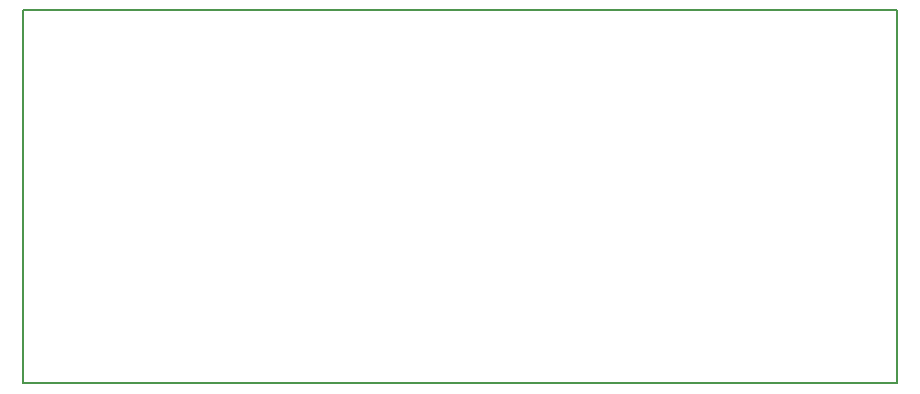
<source format=gm1>
G04 Layer_Color=128*
%FSLAX25Y25*%
%MOIN*%
G70*
G01*
G75*
%ADD29C,0.00787*%
D29*
X-0Y124408D02*
X291339D01*
Y-2D02*
Y124408D01*
X-0Y-2D02*
X291339D01*
X-0D02*
Y124408D01*
M02*

</source>
